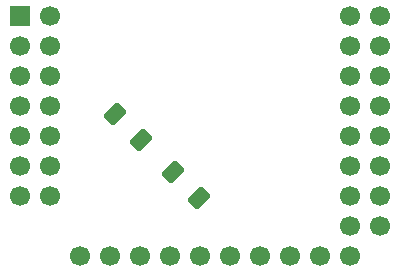
<source format=gbr>
%TF.GenerationSoftware,KiCad,Pcbnew,8.0.4*%
%TF.CreationDate,2024-07-25T09:16:02-04:00*%
%TF.ProjectId,ESP32-WROOM-Socket-Legacy-v2,45535033-322d-4575-924f-4f4d2d536f63,rev?*%
%TF.SameCoordinates,Original*%
%TF.FileFunction,Soldermask,Bot*%
%TF.FilePolarity,Negative*%
%FSLAX46Y46*%
G04 Gerber Fmt 4.6, Leading zero omitted, Abs format (unit mm)*
G04 Created by KiCad (PCBNEW 8.0.4) date 2024-07-25 09:16:02*
%MOMM*%
%LPD*%
G01*
G04 APERTURE LIST*
G04 Aperture macros list*
%AMRoundRect*
0 Rectangle with rounded corners*
0 $1 Rounding radius*
0 $2 $3 $4 $5 $6 $7 $8 $9 X,Y pos of 4 corners*
0 Add a 4 corners polygon primitive as box body*
4,1,4,$2,$3,$4,$5,$6,$7,$8,$9,$2,$3,0*
0 Add four circle primitives for the rounded corners*
1,1,$1+$1,$2,$3*
1,1,$1+$1,$4,$5*
1,1,$1+$1,$6,$7*
1,1,$1+$1,$8,$9*
0 Add four rect primitives between the rounded corners*
20,1,$1+$1,$2,$3,$4,$5,0*
20,1,$1+$1,$4,$5,$6,$7,0*
20,1,$1+$1,$6,$7,$8,$9,0*
20,1,$1+$1,$8,$9,$2,$3,0*%
G04 Aperture macros list end*
%ADD10R,1.700000X1.700000*%
%ADD11C,1.700000*%
%ADD12RoundRect,0.250000X-0.724784X-0.159099X-0.159099X-0.724784X0.724784X0.159099X0.159099X0.724784X0*%
%ADD13RoundRect,0.250000X0.724784X0.159099X0.159099X0.724784X-0.724784X-0.159099X-0.159099X-0.724784X0*%
G04 APERTURE END LIST*
D10*
%TO.C,U1*%
X144720000Y-81320000D03*
D11*
X147260000Y-81320000D03*
X144720000Y-83860000D03*
X147260000Y-83860000D03*
X144720000Y-86400000D03*
X147260000Y-86400000D03*
X144720000Y-88940000D03*
X147260000Y-88940000D03*
X144720000Y-91480000D03*
X147260000Y-91480000D03*
X144720000Y-94020000D03*
X147260000Y-94020000D03*
X144720000Y-96560000D03*
X147260000Y-96560000D03*
X149800000Y-101640000D03*
X152340000Y-101640000D03*
X154880000Y-101640000D03*
X157420000Y-101640000D03*
X159960000Y-101640000D03*
X162500000Y-101640000D03*
X165040000Y-101640000D03*
X167580000Y-101640000D03*
X170120000Y-101640000D03*
X172660000Y-101640000D03*
X172660000Y-99100000D03*
X175200000Y-96560000D03*
X172660000Y-96560000D03*
X175200000Y-94020000D03*
X172660000Y-94020000D03*
X175200000Y-91480000D03*
X172660000Y-91480000D03*
X175200000Y-88940000D03*
X172660000Y-88940000D03*
X175200000Y-86400000D03*
X172660000Y-86400000D03*
X175200000Y-83860000D03*
X172660000Y-83860000D03*
X175200000Y-81320000D03*
X172660000Y-81320000D03*
X175200000Y-99100000D03*
%TD*%
D12*
%TO.C,R1*%
X157703984Y-94507968D03*
X159896016Y-96700000D03*
%TD*%
D13*
%TO.C,R2*%
X155000000Y-91800000D03*
X152807968Y-89607968D03*
%TD*%
M02*

</source>
